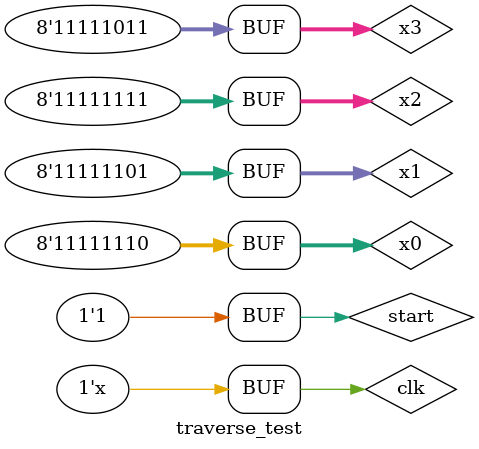
<source format=v>
`timescale 1ns / 1ps


module traverse_test;

	// Inputs
	reg start;
	reg clk;
	reg signed [7:0] x0;
	reg signed [7:0] x1;
	reg signed [7:0] x2;
	reg signed [7:0] x3;

	// Outputs
	wire signed [8:0] y0;
	wire signed [8:0] y1;
	wire signed [8:0] y2;
	wire signed [8:0] y3;

	// Instantiate the Unit Under Test (UUT)
	Hadamard4pt uut (
		.clk(clk), 
		.start(start),	
		.x0(x0), 
		.x1(x1), 
		.x2(x2), 
		.x3(x3), 
		.y0(y0), 
		.y1(y1), 
		.y2(y2), 
		.y3(y3)
	);

	initial begin
		// Initialize Inputs
		clk = 0;
		start = 1'b1;
		x0 = 3;
		x1 = 4;
		x2 = -2;
		x3 = 1;

		#100;
        
		x0 = -1;
		x1 = 6;
		x2 = 2;
		x3 = 4;

		#100;
		
		x0 = 5;
		x1 = -3;
		x2 = 1;
		x3 = 0;

		#100;
		
		x0 = -2;
		x1 = -3;
		x2 = -1;
		x3 = -5;

		#100;
		

	end
	
	always #10 clk = ~clk;
	
	initial 
	begin
		$monitor("time =%d, X0= %d, X1=%d , X2=%d , X3=%d\n Y0= %d, Y1=%d , Y2=%d , Y3=%d",$time,x0,x1,x2,x3,y0,y1,y2,y3);
	end
      
endmodule


</source>
